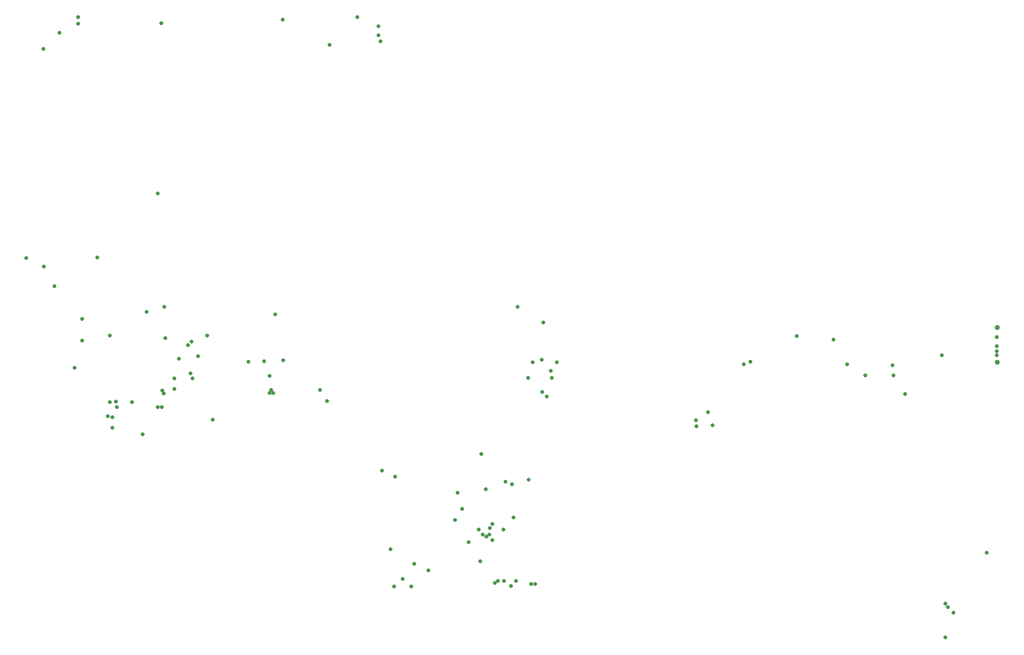
<source format=gbr>
G04 EAGLE Gerber RS-274X export*
G75*
%MOMM*%
%FSLAX34Y34*%
%LPD*%
%INSoldermask Bottom*%
%IPPOS*%
%AMOC8*
5,1,8,0,0,1.08239X$1,22.5*%
G01*
G04 Define Apertures*
%ADD10C,0.853200*%
%ADD11C,0.655600*%
D10*
X800970Y-31900D03*
X800970Y25900D03*
D11*
X-238760Y517525D03*
X-238760Y532765D03*
X-742950Y536575D03*
X-742950Y547370D03*
X-736600Y40640D03*
X-736600Y3810D03*
X-541655Y-22225D03*
X13335Y-58420D03*
X52705Y-58420D03*
X323215Y-138430D03*
X315595Y-116205D03*
X36830Y-82550D03*
X-829945Y142875D03*
X-782955Y95885D03*
X-652145Y-99060D03*
X-554355Y-50800D03*
X-581660Y-76835D03*
X646430Y-85725D03*
X800100Y-20320D03*
X624840Y-37465D03*
X800100Y-5080D03*
X626745Y-53975D03*
X800100Y-13970D03*
X708025Y-20320D03*
X800100Y10160D03*
X579755Y-53975D03*
X-324485Y-97155D03*
X-421640Y-83820D03*
X-608965Y-107950D03*
X548640Y-35560D03*
X-336550Y-78740D03*
X-418465Y-78740D03*
X-602615Y-107950D03*
X295910Y-139700D03*
X294640Y-129540D03*
X-689610Y-99060D03*
X-551180Y-59690D03*
X-27940Y-400050D03*
X-398780Y-29210D03*
X-421640Y-55245D03*
X-801370Y494665D03*
X-774700Y521335D03*
X-526415Y12700D03*
X-412115Y48260D03*
X-689610Y12700D03*
X-800735Y128905D03*
X-43180Y-403225D03*
X-232410Y-213995D03*
X-430530Y-30480D03*
X-598805Y-85090D03*
X-457200Y-31115D03*
X-320675Y501015D03*
X-274320Y547370D03*
X-234950Y507365D03*
X-748665Y-41275D03*
X-685165Y-124460D03*
X-685165Y-142240D03*
X-415290Y-83820D03*
X-679450Y-98425D03*
X38735Y34925D03*
X-15875Y-408305D03*
X-516890Y-128905D03*
X-608965Y251460D03*
X-603250Y537845D03*
X-634365Y-153035D03*
X-217805Y-346710D03*
X-601345Y-79375D03*
X-581025Y-59055D03*
X-710565Y143510D03*
X-399415Y543560D03*
X-598170Y60960D03*
X-4445Y60960D03*
X-552450Y2540D03*
X44450Y-90170D03*
X-558800Y-3810D03*
X-210185Y-224155D03*
X718185Y-443865D03*
X727710Y-453390D03*
X464185Y11430D03*
X35560Y-27940D03*
X-628015Y52705D03*
X713740Y-494665D03*
X713740Y-438150D03*
X783590Y-352425D03*
X-596265Y8255D03*
X51435Y-46355D03*
X526415Y5715D03*
X-7620Y-400050D03*
X-574040Y-26670D03*
X-692785Y-122555D03*
X-678180Y-107950D03*
X-212090Y-408940D03*
X-183515Y-408940D03*
X-38100Y-400050D03*
X-67310Y-367030D03*
X-105410Y-251460D03*
X-97790Y-278765D03*
X-109855Y-297180D03*
X-58420Y-245745D03*
X-24765Y-233045D03*
X-65405Y-186055D03*
X-13970Y-237490D03*
X-11430Y-292735D03*
X-86995Y-334645D03*
X-62865Y-321945D03*
X-69850Y-313055D03*
X13970Y-229870D03*
X24765Y-405130D03*
X-198120Y-396240D03*
X18415Y-405130D03*
X-154940Y-382270D03*
X-178435Y-370840D03*
X375285Y-35560D03*
X386080Y-31115D03*
X-57150Y-325120D03*
X-51435Y-310515D03*
X-52070Y-321945D03*
X-46990Y-304165D03*
X-46990Y-331470D03*
X-28575Y-313055D03*
X20955Y-32385D03*
X61595Y-32385D03*
M02*

</source>
